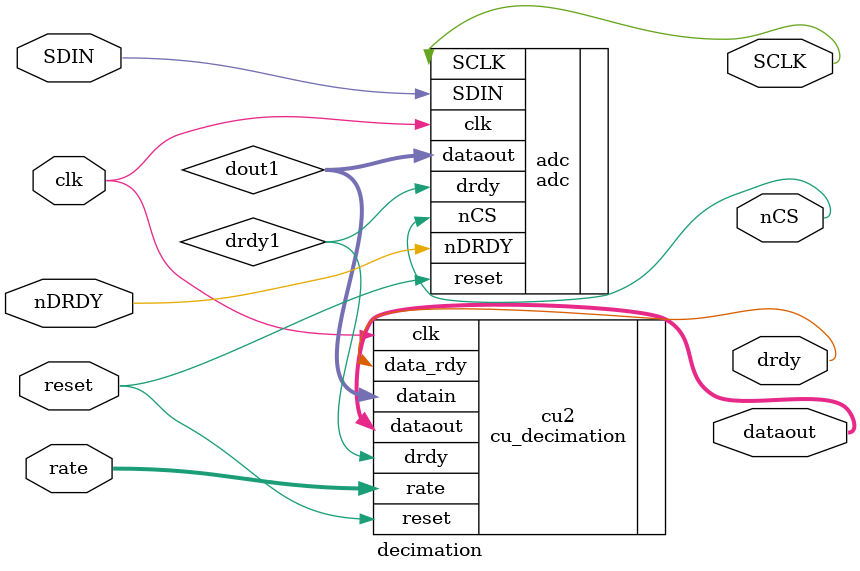
<source format=v>

module decimation
(
   input clk,
   input reset,
   input [2:0] rate,
   output drdy,
   output [15:0] dataout,
   /// adc interface
   input SDIN, //from adc
   input nDRDY,// from ADC
   //output SDOUT;//to adc 
   output SCLK, //to adc 
   output nCS// to adc 
);

   wire [15:0] dout1;
   wire drdy1;
   // Instantiate the module
   adc adc (
      .clk(clk), 
      .reset(reset), 
      .nDRDY(nDRDY), //from adc
      .SDIN(SDIN), ////from adc 
      //.SDOUT(SDOUT1), //to adc
      .SCLK(SCLK), //to adc
      .nCS(nCS), //to adc
      .drdy(drdy1), //local signal
      .dataout(dout1) //16 bit data at 32ks rate
   );

   // Instantiate the module
   cu_decimation cu2 (
      .clk(clk), 
      .reset(reset), 
      .drdy(drdy1), //input
      .datain(dout1),//16 bit data in 
      .rate(rate), //select decimation 16k or 8k or 1k
      .dataout(dataout), //16 bit decimated data at 16k or 8k or 1k
      .data_rdy(drdy)    //ready for decimated data 
   );
endmodule

</source>
